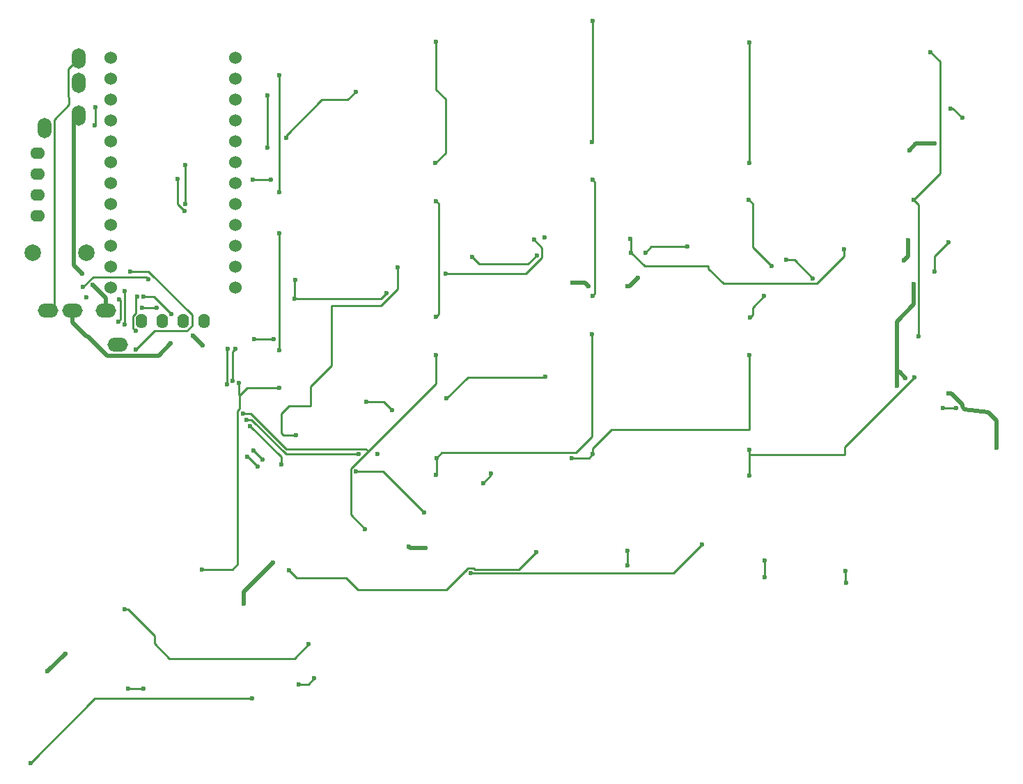
<source format=gbr>
%TF.GenerationSoftware,KiCad,Pcbnew,(5.1.10)-1*%
%TF.CreationDate,2021-10-28T21:04:48+02:00*%
%TF.ProjectId,yaohkib - right,79616f68-6b69-4622-902d-207269676874,rev?*%
%TF.SameCoordinates,Original*%
%TF.FileFunction,Copper,L1,Top*%
%TF.FilePolarity,Positive*%
%FSLAX46Y46*%
G04 Gerber Fmt 4.6, Leading zero omitted, Abs format (unit mm)*
G04 Created by KiCad (PCBNEW (5.1.10)-1) date 2021-10-28 21:04:48*
%MOMM*%
%LPD*%
G01*
G04 APERTURE LIST*
%TA.AperFunction,ComponentPad*%
%ADD10O,2.500000X1.700000*%
%TD*%
%TA.AperFunction,ComponentPad*%
%ADD11C,1.524000*%
%TD*%
%TA.AperFunction,ComponentPad*%
%ADD12O,1.778000X1.397000*%
%TD*%
%TA.AperFunction,ComponentPad*%
%ADD13O,1.700000X2.500000*%
%TD*%
%TA.AperFunction,ComponentPad*%
%ADD14O,1.397000X1.778000*%
%TD*%
%TA.AperFunction,ComponentPad*%
%ADD15C,2.000000*%
%TD*%
%TA.AperFunction,ViaPad*%
%ADD16C,0.600000*%
%TD*%
%TA.AperFunction,Conductor*%
%ADD17C,0.250000*%
%TD*%
%TA.AperFunction,Conductor*%
%ADD18C,0.500000*%
%TD*%
%TA.AperFunction,Conductor*%
%ADD19C,0.508000*%
%TD*%
G04 APERTURE END LIST*
D10*
%TO.P,J1,A*%
%TO.N,Net-(J1-PadA)*%
X100410000Y-93060000D03*
%TO.P,J1,D*%
%TO.N,VDD*%
X98910000Y-88860000D03*
%TO.P,J1,C*%
%TO.N,GNDA*%
X94910000Y-88860000D03*
%TO.P,J1,B*%
%TO.N,data_r*%
X91910000Y-88860000D03*
%TD*%
D11*
%TO.P,U2,24*%
%TO.N,Net-(U2-Pad24)*%
X99506400Y-58156000D03*
%TO.P,U2,23*%
%TO.N,GNDA*%
X99506400Y-60696000D03*
%TO.P,U2,22*%
%TO.N,reset_r*%
X99506400Y-63236000D03*
%TO.P,U2,21*%
%TO.N,VDD*%
X99506400Y-65776000D03*
%TO.P,U2,20*%
%TO.N,col0_r*%
X99506400Y-68316000D03*
%TO.P,U2,19*%
%TO.N,col1_r*%
X99506400Y-70856000D03*
%TO.P,U2,18*%
%TO.N,col2_r*%
X99506400Y-73396000D03*
%TO.P,U2,17*%
%TO.N,col3_r*%
X99506400Y-75936000D03*
%TO.P,U2,16*%
%TO.N,col4_r*%
X99506400Y-78476000D03*
%TO.P,U2,15*%
%TO.N,Net-(U2-Pad15)*%
X99506400Y-81016000D03*
%TO.P,U2,14*%
%TO.N,Net-(U2-Pad14)*%
X99506400Y-83556000D03*
%TO.P,U2,13*%
%TO.N,Net-(U2-Pad13)*%
X99506400Y-86096000D03*
%TO.P,U2,12*%
%TO.N,Net-(U2-Pad12)*%
X114726400Y-86096000D03*
%TO.P,U2,11*%
%TO.N,row4_r*%
X114726400Y-83556000D03*
%TO.P,U2,10*%
%TO.N,row3_r*%
X114726400Y-81016000D03*
%TO.P,U2,9*%
%TO.N,row2_r*%
X114726400Y-78476000D03*
%TO.P,U2,8*%
%TO.N,row1_r*%
X114726400Y-75936000D03*
%TO.P,U2,7*%
%TO.N,row0_r*%
X114726400Y-73396000D03*
%TO.P,U2,6*%
%TO.N,SCL_r*%
X114726400Y-70856000D03*
%TO.P,U2,5*%
%TO.N,SDA_r*%
X114726400Y-68316000D03*
%TO.P,U2,4*%
%TO.N,GNDA*%
X114726400Y-65776000D03*
%TO.P,U2,3*%
X114726400Y-63236000D03*
%TO.P,U2,2*%
%TO.N,data_r*%
X114726400Y-60696000D03*
%TO.P,U2,1*%
%TO.N,LED_r*%
X114726400Y-58156000D03*
%TD*%
D12*
%TO.P,J4,4*%
%TO.N,GNDA*%
X90690000Y-69720000D03*
%TO.P,J4,3*%
%TO.N,VDD*%
X90690000Y-72260000D03*
%TO.P,J4,2*%
%TO.N,SCL_r*%
X90690000Y-74800000D03*
%TO.P,J4,1*%
%TO.N,SDA_r*%
X90690000Y-77340000D03*
%TD*%
D13*
%TO.P,J3,A*%
%TO.N,Net-(J3-PadA)*%
X91469180Y-66689140D03*
%TO.P,J3,D*%
%TO.N,VDD*%
X95669180Y-65189140D03*
%TO.P,J3,C*%
%TO.N,GNDA*%
X95669180Y-61189140D03*
%TO.P,J3,B*%
%TO.N,data_r*%
X95669180Y-58189140D03*
%TD*%
D14*
%TO.P,J6,4*%
%TO.N,GNDA*%
X110925000Y-90154500D03*
%TO.P,J6,3*%
%TO.N,VDD*%
X108385000Y-90154500D03*
%TO.P,J6,2*%
%TO.N,SCL_r*%
X105845000Y-90154500D03*
%TO.P,J6,1*%
%TO.N,SDA_r*%
X103305000Y-90154500D03*
%TD*%
D15*
%TO.P,RSW2,2*%
%TO.N,GNDA*%
X90040000Y-81820000D03*
%TO.P,RSW2,1*%
%TO.N,reset_r*%
X96540000Y-81820000D03*
%TD*%
D16*
%TO.N,row0_r*%
X120836080Y-67843140D03*
X129314600Y-62278000D03*
%TO.N,row1_r*%
X119017440Y-72953620D03*
X116784780Y-72953620D03*
%TO.N,row2_r*%
X200685000Y-100694000D03*
X152390500Y-96885500D03*
X133785000Y-101013000D03*
X140389000Y-99552500D03*
X202295000Y-100684000D03*
X119370500Y-92377000D03*
X116946640Y-92313500D03*
X130610000Y-99997000D03*
%TO.N,row3_r*%
X122418500Y-134299000D03*
X124260000Y-133588500D03*
X114671500Y-93552320D03*
X116132000Y-106664500D03*
X114354000Y-97393500D03*
X117402000Y-107871000D03*
%TO.N,VDD*%
X162395000Y-85914000D03*
X199720331Y-68586831D03*
X157615000Y-85934000D03*
X110725081Y-93129581D03*
X163665000Y-84884000D03*
X196650000Y-69390000D03*
X109528000Y-91932500D03*
X155695000Y-85494000D03*
X97370000Y-85770000D03*
X96050000Y-84360000D03*
%TO.N,GNDA*%
X196155000Y-97064000D03*
X195951500Y-82788500D03*
X196459500Y-80312000D03*
X94034000Y-130604000D03*
X91811500Y-132763000D03*
X135817000Y-117586500D03*
X207246278Y-105544000D03*
X195095000Y-98014000D03*
X197158000Y-85646000D03*
X137785500Y-117713500D03*
X201435000Y-98984000D03*
X119307000Y-119555000D03*
X115751000Y-124508000D03*
X106850000Y-92890000D03*
%TO.N,SCL_r*%
X108540086Y-76754233D03*
X107680031Y-72888969D03*
X104150000Y-85070000D03*
X96157280Y-85992720D03*
%TO.N,SDA_r*%
X108619619Y-75949881D03*
X108639000Y-71168000D03*
X96533762Y-87253086D03*
X103307558Y-88500942D03*
X105146500Y-88503500D03*
%TO.N,LED_r*%
X118608500Y-62722500D03*
X118623529Y-69024029D03*
%TO.N,Net-(LED37-Pad2)*%
X201614669Y-64283240D03*
X203055000Y-65434000D03*
%TO.N,Net-(LED38-Pad2)*%
X201385000Y-80594000D03*
X199705000Y-84124000D03*
%TO.N,Net-(LED39-Pad2)*%
X181664000Y-82725000D03*
X184902500Y-84960201D03*
%TO.N,Net-(LED40-Pad2)*%
X162817200Y-81803480D03*
X188707420Y-81401660D03*
X162664800Y-80151980D03*
%TO.N,Net-(LED41-Pad2)*%
X152273941Y-79945959D03*
X143475100Y-82310980D03*
X164557100Y-81803480D03*
X169667580Y-81099400D03*
X151315000Y-82144000D03*
%TO.N,Net-(LED42-Pad2)*%
X140295020Y-84370920D03*
X121974000Y-85127840D03*
X133028080Y-86755980D03*
X150985000Y-80264000D03*
X121862240Y-87398600D03*
%TO.N,Net-(LED43-Pad2)*%
X122101000Y-104061000D03*
X134420000Y-83614000D03*
%TO.N,Net-(LED48-Pad2)*%
X179060500Y-119301000D03*
X179060500Y-121263490D03*
%TO.N,Net-(LED49-Pad2)*%
X188966500Y-121968000D03*
X162360000Y-118094500D03*
X162360000Y-119878080D03*
X188903000Y-120507500D03*
%TO.N,Net-(LED50-Pad2)*%
X171440500Y-117332500D03*
X143310000Y-120825000D03*
%TO.N,Net-(LED51-Pad2)*%
X121212000Y-120444000D03*
X151311000Y-118221500D03*
%TO.N,Net-(LED52-Pad2)*%
X101209500Y-125194500D03*
X123625000Y-129397500D03*
%TO.N,reset_r*%
X97590000Y-66342000D03*
X97653500Y-64119500D03*
%TO.N,col0_r*%
X197255000Y-97014000D03*
X106868510Y-89300508D03*
X177219000Y-105775500D03*
X103559324Y-87183267D03*
X177168200Y-108912400D03*
X116903696Y-105914183D03*
X117958651Y-106980551D03*
X199175000Y-57424000D03*
X197185000Y-75384000D03*
X197745000Y-91974000D03*
%TO.N,col1_r*%
X102755680Y-87180000D03*
X177092000Y-75374240D03*
X144830000Y-109854000D03*
X177203760Y-94312480D03*
X145805000Y-108654000D03*
X102545482Y-91361000D03*
X116496630Y-102918000D03*
X177168200Y-70888600D03*
X155565500Y-106804360D03*
X179845124Y-83438877D03*
X178980000Y-87129000D03*
X158148680Y-106336840D03*
X129355000Y-108454000D03*
X177203760Y-56273440D03*
X120259500Y-107605551D03*
X137605000Y-113454000D03*
X177239320Y-89689680D03*
%TO.N,col2_r*%
X139063120Y-108881920D03*
X158113120Y-72961240D03*
X131943500Y-106347000D03*
X116046620Y-102161223D03*
X129640841Y-106330341D03*
X139135000Y-106829000D03*
X158077560Y-68368920D03*
X158077560Y-91752160D03*
X158113120Y-87088720D03*
X158113120Y-53682640D03*
X102620000Y-93610010D03*
X101900000Y-84145001D03*
%TO.N,col3_r*%
X139063120Y-94332800D03*
X139093600Y-56227720D03*
X139093600Y-75562200D03*
X115596610Y-101383242D03*
X130483000Y-115427500D03*
X139002160Y-70944480D03*
X139063120Y-89654120D03*
X101240000Y-90550000D03*
X101218401Y-86535674D03*
%TO.N,col4_r*%
X110607500Y-120380500D03*
X115146600Y-97647500D03*
X120013120Y-79458560D03*
X120033440Y-98285040D03*
X120013120Y-93707960D03*
X120013120Y-74449680D03*
X120033440Y-60286640D03*
X100580000Y-87510000D03*
X100450000Y-90230000D03*
%TO.N,row4_r*%
X113782500Y-93520000D03*
X116712215Y-136068556D03*
X89779500Y-143875500D03*
X113698613Y-97852271D03*
%TO.N,Net-(LED1-Pad4)*%
X103495500Y-134858500D03*
X101654000Y-134858500D03*
%TD*%
D17*
%TO.N,row0_r*%
X125175804Y-63259750D02*
X120836080Y-67599474D01*
X129314600Y-62278000D02*
X128332850Y-63259750D01*
X128332850Y-63259750D02*
X125175804Y-63259750D01*
X120836080Y-67599474D02*
X120836080Y-67843140D01*
%TO.N,row1_r*%
X119017440Y-72953620D02*
X116784780Y-72953620D01*
%TO.N,row2_r*%
X152301499Y-96974501D02*
X152390500Y-96885500D01*
X132769000Y-99997000D02*
X133785000Y-101013000D01*
X142966999Y-96974501D02*
X152301499Y-96974501D01*
X200685000Y-100694000D02*
X202285000Y-100694000D01*
X119307000Y-92313500D02*
X119370500Y-92377000D01*
X130610000Y-99997000D02*
X132769000Y-99997000D01*
X202285000Y-100694000D02*
X202295000Y-100684000D01*
X116946640Y-92313500D02*
X119307000Y-92313500D01*
X140389000Y-99552500D02*
X142966999Y-96974501D01*
%TO.N,row3_r*%
X114671500Y-93552320D02*
X114354000Y-93869820D01*
X116195500Y-106664500D02*
X117402000Y-107871000D01*
X122418500Y-134299000D02*
X123549500Y-134299000D01*
X116132000Y-106664500D02*
X116195500Y-106664500D01*
X123549500Y-134299000D02*
X124260000Y-133588500D01*
X114354000Y-93869820D02*
X114354000Y-97393500D01*
D18*
%TO.N,VDD*%
X199720331Y-68586831D02*
X197453169Y-68586831D01*
X197453169Y-68586831D02*
X196650000Y-69390000D01*
X109528000Y-91932500D02*
X110725081Y-93129581D01*
D19*
X155695000Y-85494000D02*
X157175000Y-85494000D01*
X162635000Y-85914000D02*
X163665000Y-84884000D01*
X162395000Y-85914000D02*
X162635000Y-85914000D01*
X157175000Y-85494000D02*
X157615000Y-85934000D01*
D18*
X98910000Y-87310000D02*
X97370000Y-85770000D01*
X98910000Y-88860000D02*
X98910000Y-87310000D01*
X95089999Y-65768321D02*
X95669180Y-65189140D01*
X95089999Y-83399999D02*
X95089999Y-65768321D01*
X96050000Y-84360000D02*
X95089999Y-83399999D01*
%TO.N,GNDA*%
X196459500Y-80312000D02*
X196459500Y-82280500D01*
X91811500Y-132763000D02*
X91875000Y-132763000D01*
X196459500Y-82280500D02*
X195951500Y-82788500D01*
X137785500Y-117713500D02*
X135944000Y-117713500D01*
X115751000Y-124508000D02*
X115751000Y-123111000D01*
X115751000Y-123111000D02*
X119307000Y-119555000D01*
X91875000Y-132763000D02*
X94034000Y-130604000D01*
X135944000Y-117713500D02*
X135817000Y-117586500D01*
X203045001Y-100323999D02*
X201705002Y-98984000D01*
X203045001Y-100594001D02*
X203045001Y-100323999D01*
X195095000Y-96354000D02*
X195095000Y-90214002D01*
X195095000Y-90214002D02*
X197158000Y-88151002D01*
X197158000Y-85646000D02*
X197158000Y-88151002D01*
X207246278Y-105544000D02*
X207246278Y-102248038D01*
X201705002Y-98984000D02*
X201435000Y-98984000D01*
X207246278Y-102248038D02*
X206202459Y-101204219D01*
X206202459Y-101204219D02*
X203356050Y-100905051D01*
X203356050Y-100905051D02*
X203045001Y-100594001D01*
X195095000Y-96354000D02*
X195445000Y-96354000D01*
X195445000Y-96354000D02*
X196155000Y-97064000D01*
X195095000Y-98014000D02*
X195095000Y-96354000D01*
X104814490Y-94360010D02*
X99119990Y-94360010D01*
X94910000Y-90314002D02*
X94910000Y-88860000D01*
X96605999Y-92010001D02*
X94910000Y-90314002D01*
X96769981Y-92010001D02*
X96605999Y-92010001D01*
X99119990Y-94360010D02*
X96769981Y-92010001D01*
X105379990Y-94360010D02*
X106850000Y-92890000D01*
X104814490Y-94360010D02*
X105379990Y-94360010D01*
D17*
%TO.N,data_r*%
X92644190Y-88125810D02*
X91910000Y-88860000D01*
X92644190Y-65683132D02*
X92644190Y-88125810D01*
X94494181Y-62945139D02*
X94494181Y-63833141D01*
X94494181Y-63833141D02*
X92644190Y-65683132D01*
X94394521Y-62845479D02*
X94494181Y-62945139D01*
X94394521Y-59463799D02*
X94394521Y-62845479D01*
X95669180Y-58189140D02*
X94394521Y-59463799D01*
%TO.N,SCL_r*%
X107680031Y-75894178D02*
X108540086Y-76754233D01*
X107680031Y-72888969D02*
X107680031Y-75894178D01*
X97379999Y-84770001D02*
X96157280Y-85992720D01*
X103850001Y-84770001D02*
X97379999Y-84770001D01*
X104150000Y-85070000D02*
X103850001Y-84770001D01*
%TO.N,SDA_r*%
X108639000Y-72819000D02*
X108639000Y-71168000D01*
X108639000Y-75930500D02*
X108619619Y-75949881D01*
X103310116Y-88503500D02*
X103307558Y-88500942D01*
X108639000Y-72819000D02*
X108639000Y-75930500D01*
X105146500Y-88503500D02*
X103310116Y-88503500D01*
%TO.N,LED_r*%
X118608500Y-69009000D02*
X118623529Y-69024029D01*
X118608500Y-62722500D02*
X118608500Y-69009000D01*
%TO.N,Net-(LED37-Pad2)*%
X201904240Y-64283240D02*
X203055000Y-65434000D01*
X201614669Y-64283240D02*
X201904240Y-64283240D01*
%TO.N,Net-(LED38-Pad2)*%
X201385000Y-80594000D02*
X199705000Y-82274000D01*
X199705000Y-82274000D02*
X199705000Y-84124000D01*
%TO.N,Net-(LED39-Pad2)*%
X182667299Y-82725000D02*
X181664000Y-82725000D01*
X184902500Y-84960201D02*
X182667299Y-82725000D01*
%TO.N,Net-(LED40-Pad2)*%
X164498180Y-83484460D02*
X172205040Y-83484460D01*
X188707420Y-82247922D02*
X188707420Y-81401660D01*
X185370141Y-85585201D02*
X188707420Y-82247922D01*
X162817200Y-81803480D02*
X162817200Y-80304380D01*
X172205040Y-83484460D02*
X172205040Y-83767042D01*
X172205040Y-83767042D02*
X174023199Y-85585201D01*
X174023199Y-85585201D02*
X185370141Y-85585201D01*
X162817200Y-80304380D02*
X162664800Y-80151980D01*
X162817200Y-81803480D02*
X164498180Y-83484460D01*
%TO.N,Net-(LED41-Pad2)*%
X150276800Y-83182200D02*
X151315000Y-82144000D01*
X149037700Y-83182200D02*
X150276800Y-83182200D01*
X169667580Y-81099400D02*
X165261180Y-81099400D01*
X165261180Y-81099400D02*
X164557100Y-81803480D01*
X149037700Y-83182200D02*
X144346320Y-83182200D01*
X144346320Y-83182200D02*
X143475100Y-82310980D01*
%TO.N,Net-(LED42-Pad2)*%
X150013082Y-84370920D02*
X148773982Y-84370920D01*
X151940001Y-82444001D02*
X150013082Y-84370920D01*
X121862240Y-85239600D02*
X121974000Y-85127840D01*
X132385460Y-87398600D02*
X121862240Y-87398600D01*
X133028080Y-86755980D02*
X132385460Y-87398600D01*
X151940001Y-81219001D02*
X151940001Y-82444001D01*
X121862240Y-87398600D02*
X121862240Y-85239600D01*
X150985000Y-80264000D02*
X151940001Y-81219001D01*
X148773982Y-84370920D02*
X140295020Y-84370920D01*
%TO.N,Net-(LED43-Pad2)*%
X123879000Y-100505000D02*
X121212000Y-100505000D01*
X120323000Y-103807000D02*
X120577000Y-104061000D01*
X134420000Y-83614000D02*
X134420000Y-86289062D01*
X132396062Y-88313000D02*
X126419000Y-88313000D01*
X120323000Y-101394000D02*
X120323000Y-103807000D01*
X121212000Y-100505000D02*
X120323000Y-101394000D01*
X123879000Y-98126002D02*
X123879000Y-100505000D01*
X126419000Y-88313000D02*
X126419000Y-95586002D01*
X126419000Y-95586002D02*
X123879000Y-98126002D01*
X134420000Y-86289062D02*
X132396062Y-88313000D01*
X120577000Y-104061000D02*
X122101000Y-104061000D01*
%TO.N,Net-(LED48-Pad2)*%
X179060500Y-121263490D02*
X179060500Y-119301000D01*
%TO.N,Net-(LED49-Pad2)*%
X188903000Y-120507500D02*
X188903000Y-121904500D01*
X188903000Y-121904500D02*
X188966500Y-121968000D01*
X162360000Y-119878080D02*
X162360000Y-118094500D01*
%TO.N,Net-(LED50-Pad2)*%
X171440500Y-117332500D02*
X167948000Y-120825000D01*
X167948000Y-120825000D02*
X143310000Y-120825000D01*
%TO.N,Net-(LED51-Pad2)*%
X151311000Y-118221500D02*
X149157510Y-120374990D01*
X149157510Y-120374990D02*
X143784992Y-120374990D01*
X143009999Y-120199999D02*
X142684999Y-120524999D01*
X129594324Y-122838322D02*
X128175001Y-121418999D01*
X143784992Y-120374990D02*
X143610001Y-120199999D01*
X140371676Y-122838322D02*
X129594324Y-122838322D01*
X143610001Y-120199999D02*
X143009999Y-120199999D01*
X140371676Y-122838322D02*
X143009999Y-120199999D01*
X122186999Y-121418999D02*
X121212000Y-120444000D01*
X128175001Y-121418999D02*
X122186999Y-121418999D01*
%TO.N,Net-(LED52-Pad2)*%
X104859999Y-128420735D02*
X104859999Y-129345863D01*
X106683650Y-131169514D02*
X121852986Y-131169514D01*
X121852986Y-131169514D02*
X123625000Y-129397500D01*
X104859999Y-129345863D02*
X106683650Y-131169514D01*
X101209500Y-125194500D02*
X101633764Y-125194500D01*
X101633764Y-125194500D02*
X104859999Y-128420735D01*
%TO.N,reset_r*%
X97653500Y-64119500D02*
X97653500Y-66278500D01*
X97653500Y-66278500D02*
X97590000Y-66342000D01*
%TO.N,col0_r*%
X104751269Y-87183267D02*
X103559324Y-87183267D01*
X197185000Y-75384000D02*
X197783001Y-75982001D01*
X106868510Y-89300508D02*
X104751269Y-87183267D01*
X199175000Y-57424000D02*
X200345332Y-58594332D01*
X200345332Y-72223668D02*
X197185000Y-75384000D01*
X200345332Y-58594332D02*
X200345332Y-72223668D01*
X116903696Y-105925596D02*
X117958651Y-106980551D01*
X195379440Y-98889560D02*
X197255000Y-97014000D01*
X195356438Y-98889560D02*
X188750600Y-105495398D01*
X188750600Y-105495398D02*
X188750600Y-106433360D01*
X188750600Y-106433360D02*
X177203760Y-106433360D01*
X177219000Y-106418120D02*
X177203760Y-106433360D01*
X197783001Y-91935999D02*
X197745000Y-91974000D01*
X197783001Y-75982001D02*
X197783001Y-91935999D01*
X177203760Y-106433360D02*
X177203760Y-108876840D01*
X177203760Y-108876840D02*
X177168200Y-108912400D01*
X195356438Y-98889560D02*
X195379440Y-98889560D01*
X177219000Y-105775500D02*
X177219000Y-106418120D01*
X116903696Y-105914183D02*
X116903696Y-105925596D01*
%TO.N,col1_r*%
X177203760Y-56273440D02*
X177203760Y-70853040D01*
X102220483Y-89567001D02*
X102545483Y-89242001D01*
X102755680Y-87180000D02*
X102682557Y-87253123D01*
X102545482Y-91361000D02*
X102220483Y-91036001D01*
X102545483Y-87390197D02*
X102755680Y-87180000D01*
X102220483Y-91036001D02*
X102220483Y-89567001D01*
X102545483Y-89242001D02*
X102545483Y-87390197D01*
X155565500Y-106804360D02*
X157681160Y-106804360D01*
X178980000Y-87129000D02*
X177563315Y-88545685D01*
X177203760Y-70853040D02*
X177168200Y-70888600D01*
X120259500Y-106680870D02*
X120259500Y-107605551D01*
X177203760Y-94312480D02*
X177203760Y-103344720D01*
X177203760Y-103344720D02*
X160404200Y-103344720D01*
X145805000Y-108654000D02*
X145805000Y-108879000D01*
X137605000Y-113454000D02*
X132605000Y-108454000D01*
X132605000Y-108454000D02*
X129355000Y-108454000D01*
X160404200Y-103344720D02*
X158148680Y-105600240D01*
X158148680Y-105600240D02*
X158148680Y-106336840D01*
X177092000Y-75374240D02*
X177563315Y-75845555D01*
X177563315Y-88545685D02*
X177563315Y-89365685D01*
X116496630Y-102918000D02*
X120259500Y-106680870D01*
X177563315Y-81157068D02*
X179845124Y-83438877D01*
X177563315Y-75845555D02*
X177563315Y-81157068D01*
X157681160Y-106804360D02*
X158148680Y-106336840D01*
X177563315Y-89365685D02*
X177239320Y-89689680D01*
X145805000Y-108879000D02*
X144830000Y-109854000D01*
%TO.N,col2_r*%
X139135000Y-108810040D02*
X139063120Y-108881920D01*
X120833973Y-106330341D02*
X129640841Y-106330341D01*
X139135000Y-106829000D02*
X139784640Y-106179360D01*
X116046620Y-102161223D02*
X116664855Y-102161223D01*
X158077560Y-91752160D02*
X158077560Y-104182920D01*
X116664855Y-102161223D02*
X120833973Y-106330341D01*
X158077560Y-104182920D02*
X156081120Y-106179360D01*
X139135000Y-106829000D02*
X139135000Y-108810040D01*
X158413119Y-73261239D02*
X158113120Y-72961240D01*
X139098680Y-108846360D02*
X139063120Y-108881920D01*
X139784640Y-106179360D02*
X156081120Y-106179360D01*
X158113120Y-68333360D02*
X158077560Y-68368920D01*
X158113120Y-87088720D02*
X158413119Y-86788721D01*
X158413119Y-86788721D02*
X158413119Y-73261239D01*
X158113120Y-53682640D02*
X158113120Y-68333360D01*
X104150003Y-84145001D02*
X101900000Y-84145001D01*
X109408510Y-89403508D02*
X104150003Y-84145001D01*
X109408510Y-90768951D02*
X109408510Y-89403508D01*
X108808951Y-91368510D02*
X109408510Y-90768951D01*
X104861500Y-91368510D02*
X108808951Y-91368510D01*
X102620000Y-93610010D02*
X104861500Y-91368510D01*
%TO.N,col3_r*%
X139063120Y-97792280D02*
X130844950Y-106010450D01*
X139399815Y-75868415D02*
X139399815Y-89317425D01*
X139093600Y-61997734D02*
X140225315Y-63129449D01*
X120845382Y-105705340D02*
X130539840Y-105705340D01*
X139063120Y-94332800D02*
X139063120Y-97792280D01*
X115596610Y-101383242D02*
X116523284Y-101383242D01*
X128729999Y-109908999D02*
X128729999Y-113674499D01*
X128729999Y-113674499D02*
X130483000Y-115427500D01*
X139093600Y-56227720D02*
X139093600Y-61997734D01*
X139093600Y-75562200D02*
X139399815Y-75868415D01*
X128729999Y-108125401D02*
X128729999Y-109908999D01*
X140225315Y-63129449D02*
X140225315Y-69721325D01*
X139399815Y-89317425D02*
X139063120Y-89654120D01*
X130539840Y-105705340D02*
X130844950Y-106010450D01*
X130844950Y-106010450D02*
X128729999Y-108125401D01*
X116523284Y-101383242D02*
X120845382Y-105705340D01*
X140225315Y-69721325D02*
X139002160Y-70944480D01*
X101240000Y-86557273D02*
X101218401Y-86535674D01*
X101240000Y-90550000D02*
X101240000Y-86557273D01*
%TO.N,col4_r*%
X115146600Y-99138600D02*
X115222680Y-99214680D01*
X120033440Y-74429360D02*
X120013120Y-74449680D01*
X120033440Y-60286640D02*
X120033440Y-74429360D01*
X120013120Y-79458560D02*
X120013120Y-93707960D01*
X114971609Y-119728109D02*
X114319218Y-120380500D01*
X114319218Y-120380500D02*
X110607500Y-120380500D01*
X115222680Y-99214680D02*
X115222680Y-100832170D01*
X116152320Y-98285040D02*
X115222680Y-99214680D01*
X115222680Y-100832170D02*
X114971609Y-101083241D01*
X114971609Y-101083241D02*
X114971609Y-119728109D01*
X120033440Y-98285040D02*
X116152320Y-98285040D01*
X115146600Y-97647500D02*
X115146600Y-99138600D01*
X100695820Y-87625820D02*
X100580000Y-87510000D01*
X100749999Y-87679999D02*
X100580000Y-87510000D01*
X100749999Y-89930001D02*
X100749999Y-87679999D01*
X100450000Y-90230000D02*
X100749999Y-89930001D01*
%TO.N,row4_r*%
X116712215Y-136068556D02*
X97586444Y-136068556D01*
X97586444Y-136068556D02*
X89779500Y-143875500D01*
X113782500Y-93520000D02*
X113698613Y-93603887D01*
X113698613Y-93603887D02*
X113698613Y-97852271D01*
%TO.N,Net-(LED1-Pad4)*%
X101654000Y-134858500D02*
X103495500Y-134858500D01*
%TD*%
M02*

</source>
